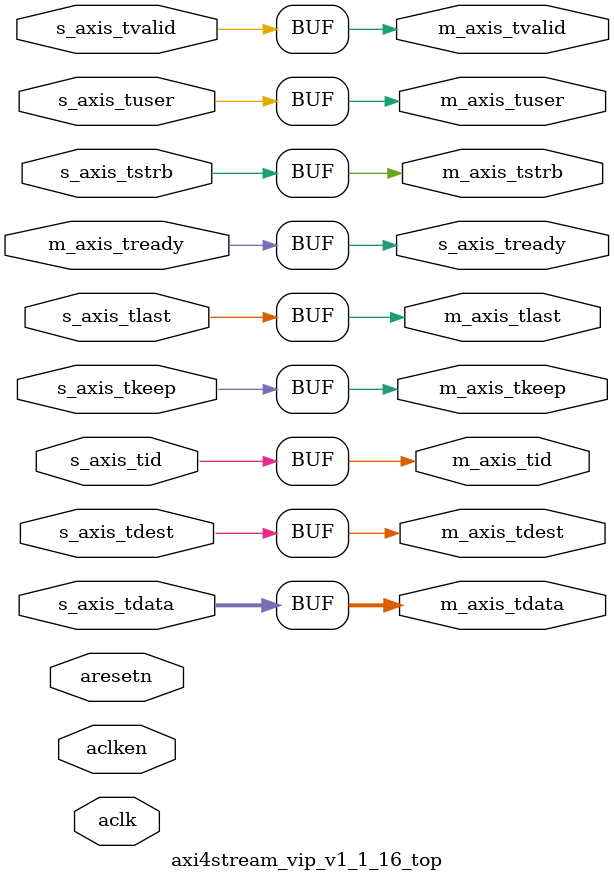
<source format=sv>

`timescale 1ps/1ps

(* DowngradeIPIdentifiedWarnings="yes" *) 
module axi4stream_vip_v1_1_16_top #
  (
   parameter [31:0]  C_AXI4STREAM_SIGNAL_SET         = 32'h063,
   parameter integer C_AXI4STREAM_INTERFACE_MODE     = 1,  //master, slave and bypass
   parameter integer C_AXI4STREAM_DATA_WIDTH        = 8,
   parameter integer C_AXI4STREAM_USER_BITS_PER_BYTE = 0,
   parameter integer C_AXI4STREAM_ID_WIDTH          = 0,
   parameter integer C_AXI4STREAM_DEST_WIDTH        = 0,
   parameter integer C_AXI4STREAM_USER_WIDTH        = 0,
   parameter integer C_AXI4STREAM_HAS_ARESETN       = 0
   )
  (
   // System Signals
   input wire aclk,
   input wire aresetn,
   input wire aclken,

   // Slave side
   input  wire                              s_axis_tvalid,
   output wire                              s_axis_tready,
   input  wire [C_AXI4STREAM_DATA_WIDTH==0? 0:C_AXI4STREAM_DATA_WIDTH-1:0]     s_axis_tdata,
   input  wire [C_AXI4STREAM_DATA_WIDTH/8==0? 0:C_AXI4STREAM_DATA_WIDTH/8-1:0]   s_axis_tstrb,
   input  wire [C_AXI4STREAM_DATA_WIDTH/8==0? 0:C_AXI4STREAM_DATA_WIDTH/8-1:0]   s_axis_tkeep,
   input  wire                              s_axis_tlast,
   input  wire [C_AXI4STREAM_ID_WIDTH==0? 0:C_AXI4STREAM_ID_WIDTH-1:0]         s_axis_tid,
   input  wire [C_AXI4STREAM_DEST_WIDTH==0? 0:C_AXI4STREAM_DEST_WIDTH-1:0]     s_axis_tdest,
   input  wire [C_AXI4STREAM_USER_WIDTH==0? 0:C_AXI4STREAM_USER_WIDTH-1:0]     s_axis_tuser,

   // Master side
   output wire                              m_axis_tvalid,
   input  wire                              m_axis_tready,
   output wire [C_AXI4STREAM_DATA_WIDTH==0? 0:C_AXI4STREAM_DATA_WIDTH-1:0]     m_axis_tdata,
   output wire [C_AXI4STREAM_DATA_WIDTH/8==0? 0:C_AXI4STREAM_DATA_WIDTH/8-1:0]   m_axis_tstrb,
   output wire [C_AXI4STREAM_DATA_WIDTH/8==0? 0:C_AXI4STREAM_DATA_WIDTH/8-1:0]   m_axis_tkeep,
   output wire                              m_axis_tlast,
   output wire [C_AXI4STREAM_ID_WIDTH==0? 0:C_AXI4STREAM_ID_WIDTH-1:0]         m_axis_tid,
   output wire [C_AXI4STREAM_DEST_WIDTH==0? 0:C_AXI4STREAM_DEST_WIDTH-1:0]     m_axis_tdest,
   output wire [C_AXI4STREAM_USER_WIDTH==0? 0:C_AXI4STREAM_USER_WIDTH-1:0]     m_axis_tuser
     );

    //output for slave side, 0 or interface signal(mux)
  assign s_axis_tready =  (C_AXI4STREAM_INTERFACE_MODE ==1 )? m_axis_tready : {1'b0};

  //output for master side, 0 or interface(mux)
  assign m_axis_tvalid = (C_AXI4STREAM_INTERFACE_MODE ==1 )? s_axis_tvalid : {1'b0};
  assign m_axis_tdata  = (C_AXI4STREAM_INTERFACE_MODE ==1 )? s_axis_tdata : {C_AXI4STREAM_DATA_WIDTH==0? 1:C_AXI4STREAM_DATA_WIDTH{1'b0}};
  assign m_axis_tstrb  =(C_AXI4STREAM_INTERFACE_MODE ==1 )? s_axis_tstrb : {C_AXI4STREAM_DATA_WIDTH/8==0? 1:(C_AXI4STREAM_DATA_WIDTH/8){1'b0}};
  assign m_axis_tkeep  =  (C_AXI4STREAM_INTERFACE_MODE ==1 )? s_axis_tkeep : {C_AXI4STREAM_DATA_WIDTH/8==0? 1:(C_AXI4STREAM_DATA_WIDTH/8){1'b0}};
  assign m_axis_tlast  = (C_AXI4STREAM_INTERFACE_MODE ==1 )? s_axis_tlast : {1'b0};
  assign m_axis_tid    = (C_AXI4STREAM_INTERFACE_MODE ==1 )? s_axis_tid: {C_AXI4STREAM_ID_WIDTH==0? 1: C_AXI4STREAM_ID_WIDTH{1'b0}};
  assign m_axis_tdest  = (C_AXI4STREAM_INTERFACE_MODE ==1 )? s_axis_tdest : {(C_AXI4STREAM_DEST_WIDTH==0? 1: C_AXI4STREAM_DEST_WIDTH){1'b0}};
  assign m_axis_tuser  =  (C_AXI4STREAM_INTERFACE_MODE ==1 )? s_axis_tuser: {(C_AXI4STREAM_USER_WIDTH==0? 1: C_AXI4STREAM_USER_WIDTH){1'b0}}; 

endmodule : axi4stream_vip_v1_1_16_top



</source>
